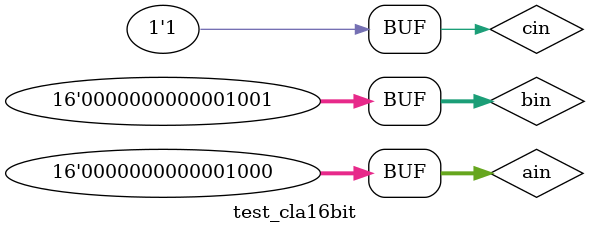
<source format=v>

module  test_cla16bit  ( );

reg [15:0] ain,bin;
reg       cin;

initial
  begin
    #0    cin = 1'b0;
          ain = 16'd0;
          bin = 16'd0;
    #100  ain = 16'd32767;
          bin = 16'd32768;
    #100  ain = 16'd32767;
          bin = 16'd16384;
    #100  ain = 16'd32767;
          bin = 16'd8192;
    #100  ain = 16'd32767;
          bin = 16'd4096;
    #100  cin = 1'b1;
          ain = 16'd32767;
          bin = 16'd32768;
    #100  cin = 1'b0;
          ain = 16'd16384;
          bin = 16'd8193;
    #100  ain = 16'd8192;
          bin = 16'd4095;
    #100  cin = 1'b1;
          ain = 16'd4096;
          bin = 16'd2048;
    #100  ain = 16'd2048;
          bin = 16'd1023;
    #100  ain = 16'd1024;
          bin = 16'd511;
    #100  ain = 16'd511;
          bin = 16'd256;
    #100  ain = 16'd255;
          bin = 16'd128;
    #100  cin = 1'b0;
          ain = 16'd127;
          bin = 16'd63;
    #100  cin = 1'b1;
          ain = 16'd64;
          bin = 16'd32;
    #100  ain = 16'd31;
          bin = 16'd16;
    #100  cin = 1'b1;
          ain = 16'd15;
          bin = 16'd8;
    #100  cin = 1'b0;
          ain = 16'd8;
          bin = 16'd8;
    #100  cin = 1'b1;
          ain = 16'd8;
          bin = 16'd8;
    #100  cin = 1'b1;
          ain = 16'd8;
          bin = 16'd9;
  end
  
  //*** connect with circuit to be tested ***
  wire  [15:0] sum_out;
  wire         cout_out;
  
  bit16_cla  u0 (.ain(ain),.bin(bin),.cin(cin),.sum(sum_out),.cout(cout_out));
  
endmodule


</source>
